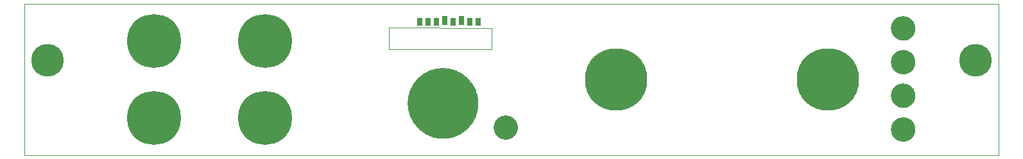
<source format=gts>
G75*
%MOIN*%
%OFA0B0*%
%FSLAX24Y24*%
%IPPOS*%
%LPD*%
%AMOC8*
5,1,8,0,0,1.08239X$1,22.5*
%
%ADD10C,0.0010*%
%ADD11C,0.0000*%
%ADD12C,0.1260*%
%ADD13C,0.3662*%
%ADD14R,0.0315X0.0394*%
%ADD15R,0.0315X0.0472*%
%ADD16C,0.0000*%
%ADD17C,0.2802*%
%ADD18C,0.3235*%
%ADD19C,0.1700*%
D10*
X001479Y002778D02*
X052070Y002778D01*
X052070Y010652D01*
X001479Y010652D01*
X001479Y002778D01*
D11*
X021400Y005475D02*
X021402Y005560D01*
X021408Y005645D01*
X021418Y005729D01*
X021432Y005813D01*
X021450Y005896D01*
X021471Y005978D01*
X021497Y006059D01*
X021526Y006139D01*
X021559Y006217D01*
X021595Y006293D01*
X021636Y006368D01*
X021679Y006441D01*
X021726Y006512D01*
X021776Y006580D01*
X021830Y006646D01*
X021886Y006710D01*
X021946Y006770D01*
X022008Y006828D01*
X022072Y006883D01*
X022140Y006935D01*
X022209Y006984D01*
X022281Y007029D01*
X022355Y007071D01*
X022431Y007109D01*
X022508Y007144D01*
X022587Y007175D01*
X022668Y007203D01*
X022749Y007226D01*
X022832Y007246D01*
X022915Y007262D01*
X022999Y007274D01*
X023084Y007282D01*
X023169Y007286D01*
X023253Y007286D01*
X023338Y007282D01*
X023423Y007274D01*
X023507Y007262D01*
X023590Y007246D01*
X023673Y007226D01*
X023754Y007203D01*
X023835Y007175D01*
X023914Y007144D01*
X023991Y007109D01*
X024067Y007071D01*
X024141Y007029D01*
X024213Y006984D01*
X024282Y006935D01*
X024350Y006883D01*
X024414Y006828D01*
X024476Y006770D01*
X024536Y006710D01*
X024592Y006646D01*
X024646Y006580D01*
X024696Y006512D01*
X024743Y006441D01*
X024786Y006368D01*
X024827Y006293D01*
X024863Y006217D01*
X024896Y006139D01*
X024925Y006059D01*
X024951Y005978D01*
X024972Y005896D01*
X024990Y005813D01*
X025004Y005729D01*
X025014Y005645D01*
X025020Y005560D01*
X025022Y005475D01*
X025020Y005390D01*
X025014Y005305D01*
X025004Y005221D01*
X024990Y005137D01*
X024972Y005054D01*
X024951Y004972D01*
X024925Y004891D01*
X024896Y004811D01*
X024863Y004733D01*
X024827Y004657D01*
X024786Y004582D01*
X024743Y004509D01*
X024696Y004438D01*
X024646Y004370D01*
X024592Y004304D01*
X024536Y004240D01*
X024476Y004180D01*
X024414Y004122D01*
X024350Y004067D01*
X024282Y004015D01*
X024213Y003966D01*
X024141Y003921D01*
X024067Y003879D01*
X023991Y003841D01*
X023914Y003806D01*
X023835Y003775D01*
X023754Y003747D01*
X023673Y003724D01*
X023590Y003704D01*
X023507Y003688D01*
X023423Y003676D01*
X023338Y003668D01*
X023253Y003664D01*
X023169Y003664D01*
X023084Y003668D01*
X022999Y003676D01*
X022915Y003688D01*
X022832Y003704D01*
X022749Y003724D01*
X022668Y003747D01*
X022587Y003775D01*
X022508Y003806D01*
X022431Y003841D01*
X022355Y003879D01*
X022281Y003921D01*
X022209Y003966D01*
X022140Y004015D01*
X022072Y004067D01*
X022008Y004122D01*
X021946Y004180D01*
X021886Y004240D01*
X021830Y004304D01*
X021776Y004370D01*
X021726Y004438D01*
X021679Y004509D01*
X021636Y004582D01*
X021595Y004657D01*
X021559Y004733D01*
X021526Y004811D01*
X021497Y004891D01*
X021471Y004972D01*
X021450Y005054D01*
X021432Y005137D01*
X021418Y005221D01*
X021408Y005305D01*
X021402Y005390D01*
X021400Y005475D01*
X025851Y004225D02*
X025853Y004274D01*
X025859Y004323D01*
X025869Y004371D01*
X025882Y004418D01*
X025900Y004464D01*
X025921Y004508D01*
X025945Y004551D01*
X025973Y004591D01*
X026004Y004630D01*
X026038Y004665D01*
X026075Y004698D01*
X026114Y004727D01*
X026156Y004753D01*
X026199Y004776D01*
X026245Y004795D01*
X026291Y004811D01*
X026339Y004823D01*
X026387Y004831D01*
X026436Y004835D01*
X026486Y004835D01*
X026535Y004831D01*
X026583Y004823D01*
X026631Y004811D01*
X026677Y004795D01*
X026723Y004776D01*
X026766Y004753D01*
X026808Y004727D01*
X026847Y004698D01*
X026884Y004665D01*
X026918Y004630D01*
X026949Y004591D01*
X026977Y004551D01*
X027001Y004508D01*
X027022Y004464D01*
X027040Y004418D01*
X027053Y004371D01*
X027063Y004323D01*
X027069Y004274D01*
X027071Y004225D01*
X027069Y004176D01*
X027063Y004127D01*
X027053Y004079D01*
X027040Y004032D01*
X027022Y003986D01*
X027001Y003942D01*
X026977Y003899D01*
X026949Y003859D01*
X026918Y003820D01*
X026884Y003785D01*
X026847Y003752D01*
X026808Y003723D01*
X026766Y003697D01*
X026723Y003674D01*
X026677Y003655D01*
X026631Y003639D01*
X026583Y003627D01*
X026535Y003619D01*
X026486Y003615D01*
X026436Y003615D01*
X026387Y003619D01*
X026339Y003627D01*
X026291Y003639D01*
X026245Y003655D01*
X026199Y003674D01*
X026156Y003697D01*
X026114Y003723D01*
X026075Y003752D01*
X026038Y003785D01*
X026004Y003820D01*
X025973Y003859D01*
X025945Y003899D01*
X025921Y003942D01*
X025900Y003986D01*
X025882Y004032D01*
X025869Y004079D01*
X025859Y004127D01*
X025853Y004176D01*
X025851Y004225D01*
X046501Y004125D02*
X046503Y004174D01*
X046509Y004223D01*
X046519Y004271D01*
X046532Y004318D01*
X046550Y004364D01*
X046571Y004408D01*
X046595Y004451D01*
X046623Y004491D01*
X046654Y004530D01*
X046688Y004565D01*
X046725Y004598D01*
X046764Y004627D01*
X046806Y004653D01*
X046849Y004676D01*
X046895Y004695D01*
X046941Y004711D01*
X046989Y004723D01*
X047037Y004731D01*
X047086Y004735D01*
X047136Y004735D01*
X047185Y004731D01*
X047233Y004723D01*
X047281Y004711D01*
X047327Y004695D01*
X047373Y004676D01*
X047416Y004653D01*
X047458Y004627D01*
X047497Y004598D01*
X047534Y004565D01*
X047568Y004530D01*
X047599Y004491D01*
X047627Y004451D01*
X047651Y004408D01*
X047672Y004364D01*
X047690Y004318D01*
X047703Y004271D01*
X047713Y004223D01*
X047719Y004174D01*
X047721Y004125D01*
X047719Y004076D01*
X047713Y004027D01*
X047703Y003979D01*
X047690Y003932D01*
X047672Y003886D01*
X047651Y003842D01*
X047627Y003799D01*
X047599Y003759D01*
X047568Y003720D01*
X047534Y003685D01*
X047497Y003652D01*
X047458Y003623D01*
X047416Y003597D01*
X047373Y003574D01*
X047327Y003555D01*
X047281Y003539D01*
X047233Y003527D01*
X047185Y003519D01*
X047136Y003515D01*
X047086Y003515D01*
X047037Y003519D01*
X046989Y003527D01*
X046941Y003539D01*
X046895Y003555D01*
X046849Y003574D01*
X046806Y003597D01*
X046764Y003623D01*
X046725Y003652D01*
X046688Y003685D01*
X046654Y003720D01*
X046623Y003759D01*
X046595Y003799D01*
X046571Y003842D01*
X046550Y003886D01*
X046532Y003932D01*
X046519Y003979D01*
X046509Y004027D01*
X046503Y004076D01*
X046501Y004125D01*
X046501Y005875D02*
X046503Y005924D01*
X046509Y005973D01*
X046519Y006021D01*
X046532Y006068D01*
X046550Y006114D01*
X046571Y006158D01*
X046595Y006201D01*
X046623Y006241D01*
X046654Y006280D01*
X046688Y006315D01*
X046725Y006348D01*
X046764Y006377D01*
X046806Y006403D01*
X046849Y006426D01*
X046895Y006445D01*
X046941Y006461D01*
X046989Y006473D01*
X047037Y006481D01*
X047086Y006485D01*
X047136Y006485D01*
X047185Y006481D01*
X047233Y006473D01*
X047281Y006461D01*
X047327Y006445D01*
X047373Y006426D01*
X047416Y006403D01*
X047458Y006377D01*
X047497Y006348D01*
X047534Y006315D01*
X047568Y006280D01*
X047599Y006241D01*
X047627Y006201D01*
X047651Y006158D01*
X047672Y006114D01*
X047690Y006068D01*
X047703Y006021D01*
X047713Y005973D01*
X047719Y005924D01*
X047721Y005875D01*
X047719Y005826D01*
X047713Y005777D01*
X047703Y005729D01*
X047690Y005682D01*
X047672Y005636D01*
X047651Y005592D01*
X047627Y005549D01*
X047599Y005509D01*
X047568Y005470D01*
X047534Y005435D01*
X047497Y005402D01*
X047458Y005373D01*
X047416Y005347D01*
X047373Y005324D01*
X047327Y005305D01*
X047281Y005289D01*
X047233Y005277D01*
X047185Y005269D01*
X047136Y005265D01*
X047086Y005265D01*
X047037Y005269D01*
X046989Y005277D01*
X046941Y005289D01*
X046895Y005305D01*
X046849Y005324D01*
X046806Y005347D01*
X046764Y005373D01*
X046725Y005402D01*
X046688Y005435D01*
X046654Y005470D01*
X046623Y005509D01*
X046595Y005549D01*
X046571Y005592D01*
X046550Y005636D01*
X046532Y005682D01*
X046519Y005729D01*
X046509Y005777D01*
X046503Y005826D01*
X046501Y005875D01*
X046501Y007625D02*
X046503Y007674D01*
X046509Y007723D01*
X046519Y007771D01*
X046532Y007818D01*
X046550Y007864D01*
X046571Y007908D01*
X046595Y007951D01*
X046623Y007991D01*
X046654Y008030D01*
X046688Y008065D01*
X046725Y008098D01*
X046764Y008127D01*
X046806Y008153D01*
X046849Y008176D01*
X046895Y008195D01*
X046941Y008211D01*
X046989Y008223D01*
X047037Y008231D01*
X047086Y008235D01*
X047136Y008235D01*
X047185Y008231D01*
X047233Y008223D01*
X047281Y008211D01*
X047327Y008195D01*
X047373Y008176D01*
X047416Y008153D01*
X047458Y008127D01*
X047497Y008098D01*
X047534Y008065D01*
X047568Y008030D01*
X047599Y007991D01*
X047627Y007951D01*
X047651Y007908D01*
X047672Y007864D01*
X047690Y007818D01*
X047703Y007771D01*
X047713Y007723D01*
X047719Y007674D01*
X047721Y007625D01*
X047719Y007576D01*
X047713Y007527D01*
X047703Y007479D01*
X047690Y007432D01*
X047672Y007386D01*
X047651Y007342D01*
X047627Y007299D01*
X047599Y007259D01*
X047568Y007220D01*
X047534Y007185D01*
X047497Y007152D01*
X047458Y007123D01*
X047416Y007097D01*
X047373Y007074D01*
X047327Y007055D01*
X047281Y007039D01*
X047233Y007027D01*
X047185Y007019D01*
X047136Y007015D01*
X047086Y007015D01*
X047037Y007019D01*
X046989Y007027D01*
X046941Y007039D01*
X046895Y007055D01*
X046849Y007074D01*
X046806Y007097D01*
X046764Y007123D01*
X046725Y007152D01*
X046688Y007185D01*
X046654Y007220D01*
X046623Y007259D01*
X046595Y007299D01*
X046571Y007342D01*
X046550Y007386D01*
X046532Y007432D01*
X046519Y007479D01*
X046509Y007527D01*
X046503Y007576D01*
X046501Y007625D01*
X046501Y009375D02*
X046503Y009424D01*
X046509Y009473D01*
X046519Y009521D01*
X046532Y009568D01*
X046550Y009614D01*
X046571Y009658D01*
X046595Y009701D01*
X046623Y009741D01*
X046654Y009780D01*
X046688Y009815D01*
X046725Y009848D01*
X046764Y009877D01*
X046806Y009903D01*
X046849Y009926D01*
X046895Y009945D01*
X046941Y009961D01*
X046989Y009973D01*
X047037Y009981D01*
X047086Y009985D01*
X047136Y009985D01*
X047185Y009981D01*
X047233Y009973D01*
X047281Y009961D01*
X047327Y009945D01*
X047373Y009926D01*
X047416Y009903D01*
X047458Y009877D01*
X047497Y009848D01*
X047534Y009815D01*
X047568Y009780D01*
X047599Y009741D01*
X047627Y009701D01*
X047651Y009658D01*
X047672Y009614D01*
X047690Y009568D01*
X047703Y009521D01*
X047713Y009473D01*
X047719Y009424D01*
X047721Y009375D01*
X047719Y009326D01*
X047713Y009277D01*
X047703Y009229D01*
X047690Y009182D01*
X047672Y009136D01*
X047651Y009092D01*
X047627Y009049D01*
X047599Y009009D01*
X047568Y008970D01*
X047534Y008935D01*
X047497Y008902D01*
X047458Y008873D01*
X047416Y008847D01*
X047373Y008824D01*
X047327Y008805D01*
X047281Y008789D01*
X047233Y008777D01*
X047185Y008769D01*
X047136Y008765D01*
X047086Y008765D01*
X047037Y008769D01*
X046989Y008777D01*
X046941Y008789D01*
X046895Y008805D01*
X046849Y008824D01*
X046806Y008847D01*
X046764Y008873D01*
X046725Y008902D01*
X046688Y008935D01*
X046654Y008970D01*
X046623Y009009D01*
X046595Y009049D01*
X046571Y009092D01*
X046550Y009136D01*
X046532Y009182D01*
X046519Y009229D01*
X046509Y009277D01*
X046503Y009326D01*
X046501Y009375D01*
D12*
X047111Y009375D03*
X047111Y007625D03*
X047111Y005875D03*
X047111Y004125D03*
X026461Y004225D03*
D13*
X023211Y005475D03*
D14*
X022875Y009720D03*
X022442Y009720D03*
X022009Y009720D03*
X023741Y009720D03*
X024607Y009720D03*
X025040Y009720D03*
D15*
X024174Y009759D03*
X023308Y009759D03*
D16*
X025732Y009392D02*
X025732Y008290D01*
X020416Y008290D01*
X020416Y009393D01*
X025732Y009392D01*
D17*
X013961Y008725D03*
X008211Y008725D03*
X008211Y004725D03*
X013961Y004725D03*
D18*
X032211Y006725D03*
X043211Y006725D03*
D19*
X050889Y007700D03*
X002660Y007700D03*
M02*

</source>
